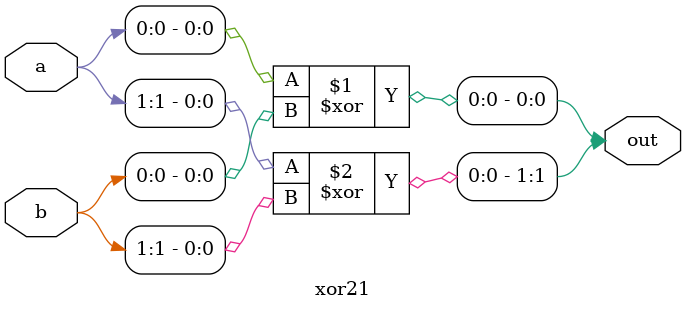
<source format=v>
module xor21 (
    input wire [1:0] a,
    input wire [1:0] b,
    output wire [1:0] out
);

assign out = ( {  (a[1] ^ b[1]), (a[0] ^ b[0])} );

endmodule

</source>
